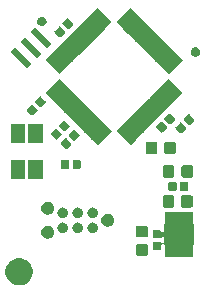
<source format=gbr>
G04 #@! TF.GenerationSoftware,KiCad,Pcbnew,(5.1.2)-2*
G04 #@! TF.CreationDate,2020-01-13T17:58:29+01:00*
G04 #@! TF.ProjectId,ACM-pcb,41434d2d-7063-4622-9e6b-696361645f70,rev?*
G04 #@! TF.SameCoordinates,Original*
G04 #@! TF.FileFunction,Soldermask,Top*
G04 #@! TF.FilePolarity,Negative*
%FSLAX46Y46*%
G04 Gerber Fmt 4.6, Leading zero omitted, Abs format (unit mm)*
G04 Created by KiCad (PCBNEW (5.1.2)-2) date 2020-01-13 17:58:29*
%MOMM*%
%LPD*%
G04 APERTURE LIST*
%ADD10C,0.100000*%
G04 APERTURE END LIST*
D10*
G36*
X66224549Y-87871116D02*
G01*
X66335734Y-87893232D01*
X66545203Y-87979997D01*
X66733720Y-88105960D01*
X66894040Y-88266280D01*
X67020003Y-88454797D01*
X67106768Y-88664266D01*
X67151000Y-88886636D01*
X67151000Y-89113364D01*
X67106768Y-89335734D01*
X67020003Y-89545203D01*
X66894040Y-89733720D01*
X66733720Y-89894040D01*
X66545203Y-90020003D01*
X66335734Y-90106768D01*
X66224549Y-90128884D01*
X66113365Y-90151000D01*
X65886635Y-90151000D01*
X65775451Y-90128884D01*
X65664266Y-90106768D01*
X65454797Y-90020003D01*
X65266280Y-89894040D01*
X65105960Y-89733720D01*
X64979997Y-89545203D01*
X64893232Y-89335734D01*
X64849000Y-89113364D01*
X64849000Y-88886636D01*
X64893232Y-88664266D01*
X64979997Y-88454797D01*
X65105960Y-88266280D01*
X65266280Y-88105960D01*
X65454797Y-87979997D01*
X65664266Y-87893232D01*
X65775451Y-87871116D01*
X65886635Y-87849000D01*
X66113365Y-87849000D01*
X66224549Y-87871116D01*
X66224549Y-87871116D01*
G37*
G36*
X80725000Y-84844001D02*
G01*
X80727402Y-84868387D01*
X80734515Y-84891836D01*
X80746066Y-84913447D01*
X80761611Y-84932389D01*
X80775000Y-84943377D01*
X80775000Y-86696623D01*
X80761611Y-86707611D01*
X80746066Y-86726553D01*
X80734515Y-86748164D01*
X80727402Y-86771613D01*
X80725000Y-86795999D01*
X80725000Y-87746000D01*
X78323000Y-87746000D01*
X78323000Y-86795999D01*
X78320598Y-86771613D01*
X78313485Y-86748164D01*
X78301934Y-86726553D01*
X78286389Y-86707611D01*
X78267447Y-86692066D01*
X78245836Y-86680515D01*
X78222387Y-86673402D01*
X78198001Y-86671000D01*
X78165999Y-86671000D01*
X78141613Y-86673402D01*
X78118164Y-86680515D01*
X78096553Y-86692066D01*
X78077611Y-86707611D01*
X78062066Y-86726553D01*
X78050515Y-86748164D01*
X78043402Y-86771613D01*
X78041000Y-86795999D01*
X78041000Y-87027360D01*
X78038284Y-87054938D01*
X78032029Y-87075557D01*
X78021876Y-87094553D01*
X78008208Y-87111208D01*
X77991553Y-87124876D01*
X77972557Y-87135029D01*
X77951938Y-87141284D01*
X77924360Y-87144000D01*
X77415640Y-87144000D01*
X77388062Y-87141284D01*
X77367443Y-87135029D01*
X77348447Y-87124876D01*
X77331792Y-87111208D01*
X77318124Y-87094553D01*
X77307971Y-87075557D01*
X77301716Y-87054938D01*
X77299000Y-87027360D01*
X77299000Y-86568640D01*
X77301716Y-86541062D01*
X77307971Y-86520443D01*
X77318124Y-86501447D01*
X77331792Y-86484792D01*
X77348447Y-86471124D01*
X77367443Y-86460971D01*
X77388062Y-86454716D01*
X77415640Y-86452000D01*
X77924360Y-86452000D01*
X77951938Y-86454716D01*
X77972557Y-86460971D01*
X77991553Y-86471124D01*
X78008208Y-86484792D01*
X78021876Y-86501447D01*
X78037763Y-86531169D01*
X78051377Y-86551544D01*
X78068704Y-86568870D01*
X78089079Y-86582483D01*
X78111718Y-86591860D01*
X78135752Y-86596640D01*
X78160256Y-86596640D01*
X78184289Y-86591859D01*
X78206927Y-86582481D01*
X78227302Y-86568867D01*
X78244628Y-86551540D01*
X78258241Y-86531165D01*
X78267618Y-86508526D01*
X78273000Y-86472243D01*
X78273000Y-86153757D01*
X78270598Y-86129371D01*
X78263485Y-86105922D01*
X78251934Y-86084311D01*
X78236389Y-86065369D01*
X78217447Y-86049824D01*
X78195836Y-86038273D01*
X78172387Y-86031160D01*
X78148001Y-86028758D01*
X78123615Y-86031160D01*
X78100166Y-86038273D01*
X78078555Y-86049824D01*
X78059613Y-86065369D01*
X78037763Y-86094831D01*
X78021876Y-86124553D01*
X78008208Y-86141208D01*
X77991553Y-86154876D01*
X77972557Y-86165029D01*
X77951938Y-86171284D01*
X77924360Y-86174000D01*
X77415640Y-86174000D01*
X77388062Y-86171284D01*
X77367443Y-86165029D01*
X77348447Y-86154876D01*
X77331792Y-86141208D01*
X77318124Y-86124553D01*
X77307971Y-86105557D01*
X77301716Y-86084938D01*
X77299000Y-86057360D01*
X77299000Y-85598640D01*
X77301716Y-85571062D01*
X77307971Y-85550443D01*
X77318124Y-85531447D01*
X77331792Y-85514792D01*
X77348447Y-85501124D01*
X77367443Y-85490971D01*
X77388062Y-85484716D01*
X77415640Y-85482000D01*
X77924360Y-85482000D01*
X77951938Y-85484716D01*
X77972557Y-85490971D01*
X77991553Y-85501124D01*
X78008208Y-85514792D01*
X78021876Y-85531447D01*
X78037763Y-85561169D01*
X78051377Y-85581544D01*
X78068704Y-85598870D01*
X78089079Y-85612483D01*
X78111718Y-85621860D01*
X78135752Y-85626640D01*
X78160256Y-85626640D01*
X78184289Y-85621859D01*
X78206927Y-85612481D01*
X78227302Y-85598867D01*
X78244628Y-85581540D01*
X78258241Y-85561165D01*
X78267618Y-85538526D01*
X78273000Y-85502243D01*
X78273000Y-84943377D01*
X78286389Y-84932389D01*
X78301934Y-84913447D01*
X78313485Y-84891836D01*
X78320598Y-84868387D01*
X78323000Y-84844001D01*
X78323000Y-83894000D01*
X80725000Y-83894000D01*
X80725000Y-84844001D01*
X80725000Y-84844001D01*
G37*
G36*
X76779591Y-86664585D02*
G01*
X76813569Y-86674893D01*
X76844890Y-86691634D01*
X76872339Y-86714161D01*
X76894866Y-86741610D01*
X76911607Y-86772931D01*
X76921915Y-86806909D01*
X76926000Y-86848390D01*
X76926000Y-87449610D01*
X76921915Y-87491091D01*
X76911607Y-87525069D01*
X76894866Y-87556390D01*
X76872339Y-87583839D01*
X76844890Y-87606366D01*
X76813569Y-87623107D01*
X76779591Y-87633415D01*
X76738110Y-87637500D01*
X76061890Y-87637500D01*
X76020409Y-87633415D01*
X75986431Y-87623107D01*
X75955110Y-87606366D01*
X75927661Y-87583839D01*
X75905134Y-87556390D01*
X75888393Y-87525069D01*
X75878085Y-87491091D01*
X75874000Y-87449610D01*
X75874000Y-86848390D01*
X75878085Y-86806909D01*
X75888393Y-86772931D01*
X75905134Y-86741610D01*
X75927661Y-86714161D01*
X75955110Y-86691634D01*
X75986431Y-86674893D01*
X76020409Y-86664585D01*
X76061890Y-86660500D01*
X76738110Y-86660500D01*
X76779591Y-86664585D01*
X76779591Y-86664585D01*
G37*
G36*
X68525050Y-85099893D02*
G01*
X68579350Y-85110694D01*
X68678770Y-85151875D01*
X68768246Y-85211661D01*
X68844339Y-85287754D01*
X68904125Y-85377230D01*
X68945306Y-85476650D01*
X68966300Y-85582194D01*
X68966300Y-85689806D01*
X68945306Y-85795350D01*
X68904125Y-85894770D01*
X68844339Y-85984246D01*
X68768246Y-86060339D01*
X68678770Y-86120125D01*
X68579350Y-86161306D01*
X68560633Y-86165029D01*
X68473807Y-86182300D01*
X68366193Y-86182300D01*
X68279367Y-86165029D01*
X68260650Y-86161306D01*
X68161230Y-86120125D01*
X68071754Y-86060339D01*
X67995661Y-85984246D01*
X67935875Y-85894770D01*
X67894694Y-85795350D01*
X67873700Y-85689806D01*
X67873700Y-85582194D01*
X67894694Y-85476650D01*
X67935875Y-85377230D01*
X67995661Y-85287754D01*
X68071754Y-85211661D01*
X68161230Y-85151875D01*
X68260650Y-85110694D01*
X68314950Y-85099893D01*
X68366193Y-85089700D01*
X68473807Y-85089700D01*
X68525050Y-85099893D01*
X68525050Y-85099893D01*
G37*
G36*
X76779591Y-85089585D02*
G01*
X76813569Y-85099893D01*
X76844890Y-85116634D01*
X76872339Y-85139161D01*
X76894866Y-85166610D01*
X76911607Y-85197931D01*
X76921915Y-85231909D01*
X76926000Y-85273390D01*
X76926000Y-85874610D01*
X76921915Y-85916091D01*
X76911607Y-85950069D01*
X76894866Y-85981390D01*
X76872339Y-86008839D01*
X76844890Y-86031366D01*
X76813569Y-86048107D01*
X76779591Y-86058415D01*
X76738110Y-86062500D01*
X76061890Y-86062500D01*
X76020409Y-86058415D01*
X75986431Y-86048107D01*
X75955110Y-86031366D01*
X75927661Y-86008839D01*
X75905134Y-85981390D01*
X75888393Y-85950069D01*
X75878085Y-85916091D01*
X75874000Y-85874610D01*
X75874000Y-85273390D01*
X75878085Y-85231909D01*
X75888393Y-85197931D01*
X75905134Y-85166610D01*
X75927661Y-85139161D01*
X75955110Y-85116634D01*
X75986431Y-85099893D01*
X76020409Y-85089585D01*
X76061890Y-85085500D01*
X76738110Y-85085500D01*
X76779591Y-85089585D01*
X76779591Y-85089585D01*
G37*
G36*
X69819714Y-84827389D02*
G01*
X69900645Y-84860912D01*
X69973480Y-84909579D01*
X70035421Y-84971520D01*
X70084088Y-85044355D01*
X70117611Y-85125286D01*
X70134700Y-85211201D01*
X70134700Y-85298799D01*
X70117611Y-85384714D01*
X70084088Y-85465645D01*
X70035421Y-85538480D01*
X69973480Y-85600421D01*
X69900645Y-85649088D01*
X69900644Y-85649089D01*
X69900643Y-85649089D01*
X69819714Y-85682611D01*
X69733801Y-85699700D01*
X69646199Y-85699700D01*
X69560286Y-85682611D01*
X69479357Y-85649089D01*
X69479356Y-85649089D01*
X69479355Y-85649088D01*
X69406520Y-85600421D01*
X69344579Y-85538480D01*
X69295912Y-85465645D01*
X69262389Y-85384714D01*
X69245300Y-85298799D01*
X69245300Y-85211201D01*
X69262389Y-85125286D01*
X69295912Y-85044355D01*
X69344579Y-84971520D01*
X69406520Y-84909579D01*
X69479355Y-84860912D01*
X69560286Y-84827389D01*
X69646199Y-84810300D01*
X69733801Y-84810300D01*
X69819714Y-84827389D01*
X69819714Y-84827389D01*
G37*
G36*
X71089714Y-84827389D02*
G01*
X71170645Y-84860912D01*
X71243480Y-84909579D01*
X71305421Y-84971520D01*
X71354088Y-85044355D01*
X71387611Y-85125286D01*
X71404700Y-85211201D01*
X71404700Y-85298799D01*
X71387611Y-85384714D01*
X71354088Y-85465645D01*
X71305421Y-85538480D01*
X71243480Y-85600421D01*
X71170645Y-85649088D01*
X71170644Y-85649089D01*
X71170643Y-85649089D01*
X71089714Y-85682611D01*
X71003801Y-85699700D01*
X70916199Y-85699700D01*
X70830286Y-85682611D01*
X70749357Y-85649089D01*
X70749356Y-85649089D01*
X70749355Y-85649088D01*
X70676520Y-85600421D01*
X70614579Y-85538480D01*
X70565912Y-85465645D01*
X70532389Y-85384714D01*
X70515300Y-85298799D01*
X70515300Y-85211201D01*
X70532389Y-85125286D01*
X70565912Y-85044355D01*
X70614579Y-84971520D01*
X70676520Y-84909579D01*
X70749355Y-84860912D01*
X70830286Y-84827389D01*
X70916199Y-84810300D01*
X71003801Y-84810300D01*
X71089714Y-84827389D01*
X71089714Y-84827389D01*
G37*
G36*
X72359714Y-84827389D02*
G01*
X72440645Y-84860912D01*
X72513480Y-84909579D01*
X72575421Y-84971520D01*
X72624088Y-85044355D01*
X72657611Y-85125286D01*
X72674700Y-85211201D01*
X72674700Y-85298799D01*
X72657611Y-85384714D01*
X72624088Y-85465645D01*
X72575421Y-85538480D01*
X72513480Y-85600421D01*
X72440645Y-85649088D01*
X72440644Y-85649089D01*
X72440643Y-85649089D01*
X72359714Y-85682611D01*
X72273801Y-85699700D01*
X72186199Y-85699700D01*
X72100286Y-85682611D01*
X72019357Y-85649089D01*
X72019356Y-85649089D01*
X72019355Y-85649088D01*
X71946520Y-85600421D01*
X71884579Y-85538480D01*
X71835912Y-85465645D01*
X71802389Y-85384714D01*
X71785300Y-85298799D01*
X71785300Y-85211201D01*
X71802389Y-85125286D01*
X71835912Y-85044355D01*
X71884579Y-84971520D01*
X71946520Y-84909579D01*
X72019355Y-84860912D01*
X72100286Y-84827389D01*
X72186199Y-84810300D01*
X72273801Y-84810300D01*
X72359714Y-84827389D01*
X72359714Y-84827389D01*
G37*
G36*
X73606578Y-84084197D02*
G01*
X73659350Y-84094694D01*
X73758770Y-84135875D01*
X73848246Y-84195661D01*
X73924339Y-84271754D01*
X73984125Y-84361230D01*
X74025306Y-84460650D01*
X74046300Y-84566194D01*
X74046300Y-84673806D01*
X74025306Y-84779350D01*
X73984125Y-84878770D01*
X73924339Y-84968246D01*
X73848246Y-85044339D01*
X73758770Y-85104125D01*
X73659350Y-85145306D01*
X73626325Y-85151875D01*
X73553807Y-85166300D01*
X73446193Y-85166300D01*
X73373675Y-85151875D01*
X73340650Y-85145306D01*
X73241230Y-85104125D01*
X73151754Y-85044339D01*
X73075661Y-84968246D01*
X73015875Y-84878770D01*
X72974694Y-84779350D01*
X72953700Y-84673806D01*
X72953700Y-84566194D01*
X72974694Y-84460650D01*
X73015875Y-84361230D01*
X73075661Y-84271754D01*
X73151754Y-84195661D01*
X73241230Y-84135875D01*
X73340650Y-84094694D01*
X73393422Y-84084197D01*
X73446193Y-84073700D01*
X73553807Y-84073700D01*
X73606578Y-84084197D01*
X73606578Y-84084197D01*
G37*
G36*
X71089714Y-83557389D02*
G01*
X71170645Y-83590912D01*
X71243480Y-83639579D01*
X71305421Y-83701520D01*
X71354088Y-83774355D01*
X71354089Y-83774357D01*
X71387611Y-83855286D01*
X71395312Y-83894000D01*
X71404700Y-83941201D01*
X71404700Y-84028799D01*
X71387611Y-84114714D01*
X71354088Y-84195645D01*
X71305421Y-84268480D01*
X71243480Y-84330421D01*
X71170645Y-84379088D01*
X71170644Y-84379089D01*
X71170643Y-84379089D01*
X71089714Y-84412611D01*
X71003801Y-84429700D01*
X70916199Y-84429700D01*
X70830286Y-84412611D01*
X70749357Y-84379089D01*
X70749356Y-84379089D01*
X70749355Y-84379088D01*
X70676520Y-84330421D01*
X70614579Y-84268480D01*
X70565912Y-84195645D01*
X70532389Y-84114714D01*
X70515300Y-84028799D01*
X70515300Y-83941201D01*
X70524689Y-83894000D01*
X70532389Y-83855286D01*
X70565911Y-83774357D01*
X70565912Y-83774355D01*
X70614579Y-83701520D01*
X70676520Y-83639579D01*
X70749355Y-83590912D01*
X70830286Y-83557389D01*
X70916199Y-83540300D01*
X71003801Y-83540300D01*
X71089714Y-83557389D01*
X71089714Y-83557389D01*
G37*
G36*
X69819714Y-83557389D02*
G01*
X69900645Y-83590912D01*
X69973480Y-83639579D01*
X70035421Y-83701520D01*
X70084088Y-83774355D01*
X70084089Y-83774357D01*
X70117611Y-83855286D01*
X70125312Y-83894000D01*
X70134700Y-83941201D01*
X70134700Y-84028799D01*
X70117611Y-84114714D01*
X70084088Y-84195645D01*
X70035421Y-84268480D01*
X69973480Y-84330421D01*
X69900645Y-84379088D01*
X69900644Y-84379089D01*
X69900643Y-84379089D01*
X69819714Y-84412611D01*
X69733801Y-84429700D01*
X69646199Y-84429700D01*
X69560286Y-84412611D01*
X69479357Y-84379089D01*
X69479356Y-84379089D01*
X69479355Y-84379088D01*
X69406520Y-84330421D01*
X69344579Y-84268480D01*
X69295912Y-84195645D01*
X69262389Y-84114714D01*
X69245300Y-84028799D01*
X69245300Y-83941201D01*
X69254689Y-83894000D01*
X69262389Y-83855286D01*
X69295911Y-83774357D01*
X69295912Y-83774355D01*
X69344579Y-83701520D01*
X69406520Y-83639579D01*
X69479355Y-83590912D01*
X69560286Y-83557389D01*
X69646199Y-83540300D01*
X69733801Y-83540300D01*
X69819714Y-83557389D01*
X69819714Y-83557389D01*
G37*
G36*
X72359714Y-83557389D02*
G01*
X72440645Y-83590912D01*
X72513480Y-83639579D01*
X72575421Y-83701520D01*
X72624088Y-83774355D01*
X72624089Y-83774357D01*
X72657611Y-83855286D01*
X72665312Y-83894000D01*
X72674700Y-83941201D01*
X72674700Y-84028799D01*
X72657611Y-84114714D01*
X72624088Y-84195645D01*
X72575421Y-84268480D01*
X72513480Y-84330421D01*
X72440645Y-84379088D01*
X72440644Y-84379089D01*
X72440643Y-84379089D01*
X72359714Y-84412611D01*
X72273801Y-84429700D01*
X72186199Y-84429700D01*
X72100286Y-84412611D01*
X72019357Y-84379089D01*
X72019356Y-84379089D01*
X72019355Y-84379088D01*
X71946520Y-84330421D01*
X71884579Y-84268480D01*
X71835912Y-84195645D01*
X71802389Y-84114714D01*
X71785300Y-84028799D01*
X71785300Y-83941201D01*
X71794689Y-83894000D01*
X71802389Y-83855286D01*
X71835911Y-83774357D01*
X71835912Y-83774355D01*
X71884579Y-83701520D01*
X71946520Y-83639579D01*
X72019355Y-83590912D01*
X72100286Y-83557389D01*
X72186199Y-83540300D01*
X72273801Y-83540300D01*
X72359714Y-83557389D01*
X72359714Y-83557389D01*
G37*
G36*
X68526578Y-83068197D02*
G01*
X68579350Y-83078694D01*
X68678770Y-83119875D01*
X68768246Y-83179661D01*
X68844339Y-83255754D01*
X68904125Y-83345230D01*
X68945306Y-83444650D01*
X68946658Y-83451448D01*
X68964553Y-83541408D01*
X68966300Y-83550194D01*
X68966300Y-83657806D01*
X68945306Y-83763350D01*
X68904125Y-83862770D01*
X68844339Y-83952246D01*
X68768246Y-84028339D01*
X68678770Y-84088125D01*
X68579350Y-84129306D01*
X68546325Y-84135875D01*
X68473807Y-84150300D01*
X68366193Y-84150300D01*
X68293675Y-84135875D01*
X68260650Y-84129306D01*
X68161230Y-84088125D01*
X68071754Y-84028339D01*
X67995661Y-83952246D01*
X67935875Y-83862770D01*
X67894694Y-83763350D01*
X67873700Y-83657806D01*
X67873700Y-83550194D01*
X67875448Y-83541408D01*
X67893342Y-83451448D01*
X67894694Y-83444650D01*
X67935875Y-83345230D01*
X67995661Y-83255754D01*
X68071754Y-83179661D01*
X68161230Y-83119875D01*
X68260650Y-83078694D01*
X68313422Y-83068197D01*
X68366193Y-83057700D01*
X68473807Y-83057700D01*
X68526578Y-83068197D01*
X68526578Y-83068197D01*
G37*
G36*
X78977091Y-82512085D02*
G01*
X79011069Y-82522393D01*
X79042390Y-82539134D01*
X79069839Y-82561661D01*
X79092366Y-82589110D01*
X79109107Y-82620431D01*
X79119415Y-82654409D01*
X79123500Y-82695890D01*
X79123500Y-83372110D01*
X79119415Y-83413591D01*
X79109107Y-83447569D01*
X79092366Y-83478890D01*
X79069839Y-83506339D01*
X79042390Y-83528866D01*
X79011069Y-83545607D01*
X78977091Y-83555915D01*
X78935610Y-83560000D01*
X78334390Y-83560000D01*
X78292909Y-83555915D01*
X78258931Y-83545607D01*
X78227610Y-83528866D01*
X78200161Y-83506339D01*
X78177634Y-83478890D01*
X78160893Y-83447569D01*
X78150585Y-83413591D01*
X78146500Y-83372110D01*
X78146500Y-82695890D01*
X78150585Y-82654409D01*
X78160893Y-82620431D01*
X78177634Y-82589110D01*
X78200161Y-82561661D01*
X78227610Y-82539134D01*
X78258931Y-82522393D01*
X78292909Y-82512085D01*
X78334390Y-82508000D01*
X78935610Y-82508000D01*
X78977091Y-82512085D01*
X78977091Y-82512085D01*
G37*
G36*
X80552091Y-82512085D02*
G01*
X80586069Y-82522393D01*
X80617390Y-82539134D01*
X80644839Y-82561661D01*
X80667366Y-82589110D01*
X80684107Y-82620431D01*
X80694415Y-82654409D01*
X80698500Y-82695890D01*
X80698500Y-83372110D01*
X80694415Y-83413591D01*
X80684107Y-83447569D01*
X80667366Y-83478890D01*
X80644839Y-83506339D01*
X80617390Y-83528866D01*
X80586069Y-83545607D01*
X80552091Y-83555915D01*
X80510610Y-83560000D01*
X79909390Y-83560000D01*
X79867909Y-83555915D01*
X79833931Y-83545607D01*
X79802610Y-83528866D01*
X79775161Y-83506339D01*
X79752634Y-83478890D01*
X79735893Y-83447569D01*
X79725585Y-83413591D01*
X79721500Y-83372110D01*
X79721500Y-82695890D01*
X79725585Y-82654409D01*
X79735893Y-82620431D01*
X79752634Y-82589110D01*
X79775161Y-82561661D01*
X79802610Y-82539134D01*
X79833931Y-82522393D01*
X79867909Y-82512085D01*
X79909390Y-82508000D01*
X80510610Y-82508000D01*
X80552091Y-82512085D01*
X80552091Y-82512085D01*
G37*
G36*
X79242938Y-81395716D02*
G01*
X79263557Y-81401971D01*
X79282553Y-81412124D01*
X79299208Y-81425792D01*
X79312876Y-81442447D01*
X79323029Y-81461443D01*
X79329284Y-81482062D01*
X79332000Y-81509640D01*
X79332000Y-82018360D01*
X79329284Y-82045938D01*
X79323029Y-82066557D01*
X79312876Y-82085553D01*
X79299208Y-82102208D01*
X79282553Y-82115876D01*
X79263557Y-82126029D01*
X79242938Y-82132284D01*
X79215360Y-82135000D01*
X78756640Y-82135000D01*
X78729062Y-82132284D01*
X78708443Y-82126029D01*
X78689447Y-82115876D01*
X78672792Y-82102208D01*
X78659124Y-82085553D01*
X78648971Y-82066557D01*
X78642716Y-82045938D01*
X78640000Y-82018360D01*
X78640000Y-81509640D01*
X78642716Y-81482062D01*
X78648971Y-81461443D01*
X78659124Y-81442447D01*
X78672792Y-81425792D01*
X78689447Y-81412124D01*
X78708443Y-81401971D01*
X78729062Y-81395716D01*
X78756640Y-81393000D01*
X79215360Y-81393000D01*
X79242938Y-81395716D01*
X79242938Y-81395716D01*
G37*
G36*
X80212938Y-81395716D02*
G01*
X80233557Y-81401971D01*
X80252553Y-81412124D01*
X80269208Y-81425792D01*
X80282876Y-81442447D01*
X80293029Y-81461443D01*
X80299284Y-81482062D01*
X80302000Y-81509640D01*
X80302000Y-82018360D01*
X80299284Y-82045938D01*
X80293029Y-82066557D01*
X80282876Y-82085553D01*
X80269208Y-82102208D01*
X80252553Y-82115876D01*
X80233557Y-82126029D01*
X80212938Y-82132284D01*
X80185360Y-82135000D01*
X79726640Y-82135000D01*
X79699062Y-82132284D01*
X79678443Y-82126029D01*
X79659447Y-82115876D01*
X79642792Y-82102208D01*
X79629124Y-82085553D01*
X79618971Y-82066557D01*
X79612716Y-82045938D01*
X79610000Y-82018360D01*
X79610000Y-81509640D01*
X79612716Y-81482062D01*
X79618971Y-81461443D01*
X79629124Y-81442447D01*
X79642792Y-81425792D01*
X79659447Y-81412124D01*
X79678443Y-81401971D01*
X79699062Y-81395716D01*
X79726640Y-81393000D01*
X80185360Y-81393000D01*
X80212938Y-81395716D01*
X80212938Y-81395716D01*
G37*
G36*
X67991000Y-81101000D02*
G01*
X66789000Y-81101000D01*
X66789000Y-79499000D01*
X67991000Y-79499000D01*
X67991000Y-81101000D01*
X67991000Y-81101000D01*
G37*
G36*
X66491000Y-81101000D02*
G01*
X65289000Y-81101000D01*
X65289000Y-79499000D01*
X66491000Y-79499000D01*
X66491000Y-81101000D01*
X66491000Y-81101000D01*
G37*
G36*
X80577591Y-79972085D02*
G01*
X80611569Y-79982393D01*
X80642890Y-79999134D01*
X80670339Y-80021661D01*
X80692866Y-80049110D01*
X80709607Y-80080431D01*
X80719915Y-80114409D01*
X80724000Y-80155890D01*
X80724000Y-80832110D01*
X80719915Y-80873591D01*
X80709607Y-80907569D01*
X80692866Y-80938890D01*
X80670339Y-80966339D01*
X80642890Y-80988866D01*
X80611569Y-81005607D01*
X80577591Y-81015915D01*
X80536110Y-81020000D01*
X79934890Y-81020000D01*
X79893409Y-81015915D01*
X79859431Y-81005607D01*
X79828110Y-80988866D01*
X79800661Y-80966339D01*
X79778134Y-80938890D01*
X79761393Y-80907569D01*
X79751085Y-80873591D01*
X79747000Y-80832110D01*
X79747000Y-80155890D01*
X79751085Y-80114409D01*
X79761393Y-80080431D01*
X79778134Y-80049110D01*
X79800661Y-80021661D01*
X79828110Y-79999134D01*
X79859431Y-79982393D01*
X79893409Y-79972085D01*
X79934890Y-79968000D01*
X80536110Y-79968000D01*
X80577591Y-79972085D01*
X80577591Y-79972085D01*
G37*
G36*
X79002591Y-79972085D02*
G01*
X79036569Y-79982393D01*
X79067890Y-79999134D01*
X79095339Y-80021661D01*
X79117866Y-80049110D01*
X79134607Y-80080431D01*
X79144915Y-80114409D01*
X79149000Y-80155890D01*
X79149000Y-80832110D01*
X79144915Y-80873591D01*
X79134607Y-80907569D01*
X79117866Y-80938890D01*
X79095339Y-80966339D01*
X79067890Y-80988866D01*
X79036569Y-81005607D01*
X79002591Y-81015915D01*
X78961110Y-81020000D01*
X78359890Y-81020000D01*
X78318409Y-81015915D01*
X78284431Y-81005607D01*
X78253110Y-80988866D01*
X78225661Y-80966339D01*
X78203134Y-80938890D01*
X78186393Y-80907569D01*
X78176085Y-80873591D01*
X78172000Y-80832110D01*
X78172000Y-80155890D01*
X78176085Y-80114409D01*
X78186393Y-80080431D01*
X78203134Y-80049110D01*
X78225661Y-80021661D01*
X78253110Y-79999134D01*
X78284431Y-79982393D01*
X78318409Y-79972085D01*
X78359890Y-79968000D01*
X78961110Y-79968000D01*
X79002591Y-79972085D01*
X79002591Y-79972085D01*
G37*
G36*
X71126938Y-79531716D02*
G01*
X71147557Y-79537971D01*
X71166553Y-79548124D01*
X71183208Y-79561792D01*
X71196876Y-79578447D01*
X71207029Y-79597443D01*
X71213284Y-79618062D01*
X71216000Y-79645640D01*
X71216000Y-80154360D01*
X71213284Y-80181938D01*
X71207029Y-80202557D01*
X71196876Y-80221553D01*
X71183208Y-80238208D01*
X71166553Y-80251876D01*
X71147557Y-80262029D01*
X71126938Y-80268284D01*
X71099360Y-80271000D01*
X70640640Y-80271000D01*
X70613062Y-80268284D01*
X70592443Y-80262029D01*
X70573447Y-80251876D01*
X70556792Y-80238208D01*
X70543124Y-80221553D01*
X70532971Y-80202557D01*
X70526716Y-80181938D01*
X70524000Y-80154360D01*
X70524000Y-79645640D01*
X70526716Y-79618062D01*
X70532971Y-79597443D01*
X70543124Y-79578447D01*
X70556792Y-79561792D01*
X70573447Y-79548124D01*
X70592443Y-79537971D01*
X70613062Y-79531716D01*
X70640640Y-79529000D01*
X71099360Y-79529000D01*
X71126938Y-79531716D01*
X71126938Y-79531716D01*
G37*
G36*
X70156938Y-79531716D02*
G01*
X70177557Y-79537971D01*
X70196553Y-79548124D01*
X70213208Y-79561792D01*
X70226876Y-79578447D01*
X70237029Y-79597443D01*
X70243284Y-79618062D01*
X70246000Y-79645640D01*
X70246000Y-80154360D01*
X70243284Y-80181938D01*
X70237029Y-80202557D01*
X70226876Y-80221553D01*
X70213208Y-80238208D01*
X70196553Y-80251876D01*
X70177557Y-80262029D01*
X70156938Y-80268284D01*
X70129360Y-80271000D01*
X69670640Y-80271000D01*
X69643062Y-80268284D01*
X69622443Y-80262029D01*
X69603447Y-80251876D01*
X69586792Y-80238208D01*
X69573124Y-80221553D01*
X69562971Y-80202557D01*
X69556716Y-80181938D01*
X69554000Y-80154360D01*
X69554000Y-79645640D01*
X69556716Y-79618062D01*
X69562971Y-79597443D01*
X69573124Y-79578447D01*
X69586792Y-79561792D01*
X69603447Y-79548124D01*
X69622443Y-79537971D01*
X69643062Y-79531716D01*
X69670640Y-79529000D01*
X70129360Y-79529000D01*
X70156938Y-79531716D01*
X70156938Y-79531716D01*
G37*
G36*
X77554591Y-77978085D02*
G01*
X77588569Y-77988393D01*
X77619890Y-78005134D01*
X77647339Y-78027661D01*
X77669866Y-78055110D01*
X77686607Y-78086431D01*
X77696915Y-78120409D01*
X77701000Y-78161890D01*
X77701000Y-78838110D01*
X77696915Y-78879591D01*
X77686607Y-78913569D01*
X77669866Y-78944890D01*
X77647339Y-78972339D01*
X77619890Y-78994866D01*
X77588569Y-79011607D01*
X77554591Y-79021915D01*
X77513110Y-79026000D01*
X76911890Y-79026000D01*
X76870409Y-79021915D01*
X76836431Y-79011607D01*
X76805110Y-78994866D01*
X76777661Y-78972339D01*
X76755134Y-78944890D01*
X76738393Y-78913569D01*
X76728085Y-78879591D01*
X76724000Y-78838110D01*
X76724000Y-78161890D01*
X76728085Y-78120409D01*
X76738393Y-78086431D01*
X76755134Y-78055110D01*
X76777661Y-78027661D01*
X76805110Y-78005134D01*
X76836431Y-77988393D01*
X76870409Y-77978085D01*
X76911890Y-77974000D01*
X77513110Y-77974000D01*
X77554591Y-77978085D01*
X77554591Y-77978085D01*
G37*
G36*
X79129591Y-77978085D02*
G01*
X79163569Y-77988393D01*
X79194890Y-78005134D01*
X79222339Y-78027661D01*
X79244866Y-78055110D01*
X79261607Y-78086431D01*
X79271915Y-78120409D01*
X79276000Y-78161890D01*
X79276000Y-78838110D01*
X79271915Y-78879591D01*
X79261607Y-78913569D01*
X79244866Y-78944890D01*
X79222339Y-78972339D01*
X79194890Y-78994866D01*
X79163569Y-79011607D01*
X79129591Y-79021915D01*
X79088110Y-79026000D01*
X78486890Y-79026000D01*
X78445409Y-79021915D01*
X78411431Y-79011607D01*
X78380110Y-78994866D01*
X78352661Y-78972339D01*
X78330134Y-78944890D01*
X78313393Y-78913569D01*
X78303085Y-78879591D01*
X78299000Y-78838110D01*
X78299000Y-78161890D01*
X78303085Y-78120409D01*
X78313393Y-78086431D01*
X78330134Y-78055110D01*
X78352661Y-78027661D01*
X78380110Y-78005134D01*
X78411431Y-77988393D01*
X78445409Y-77978085D01*
X78486890Y-77974000D01*
X79088110Y-77974000D01*
X79129591Y-77978085D01*
X79129591Y-77978085D01*
G37*
G36*
X69983760Y-77681491D02*
G01*
X70004379Y-77687746D01*
X70023375Y-77697899D01*
X70044796Y-77715479D01*
X70404521Y-78075204D01*
X70422101Y-78096625D01*
X70432254Y-78115621D01*
X70438509Y-78136240D01*
X70440620Y-78157678D01*
X70438509Y-78179116D01*
X70432254Y-78199735D01*
X70422101Y-78218731D01*
X70404521Y-78240152D01*
X70080152Y-78564521D01*
X70058731Y-78582101D01*
X70039735Y-78592254D01*
X70019116Y-78598509D01*
X69997678Y-78600620D01*
X69976240Y-78598509D01*
X69955621Y-78592254D01*
X69936625Y-78582101D01*
X69915204Y-78564521D01*
X69555479Y-78204796D01*
X69537899Y-78183375D01*
X69527746Y-78164379D01*
X69521491Y-78143760D01*
X69519380Y-78122322D01*
X69521491Y-78100884D01*
X69527746Y-78080265D01*
X69537899Y-78061269D01*
X69555479Y-78039848D01*
X69879848Y-77715479D01*
X69901269Y-77697899D01*
X69920265Y-77687746D01*
X69940884Y-77681491D01*
X69962322Y-77679380D01*
X69983760Y-77681491D01*
X69983760Y-77681491D01*
G37*
G36*
X79860692Y-73842804D02*
G01*
X79399658Y-74303838D01*
X79295006Y-74408489D01*
X78833972Y-74869523D01*
X78729321Y-74974175D01*
X76571231Y-77132265D01*
X76466579Y-77236916D01*
X76005545Y-77697950D01*
X75900894Y-77802602D01*
X75439860Y-78263636D01*
X74236364Y-77060140D01*
X74697398Y-76599106D01*
X74697399Y-76599107D01*
X74713663Y-76582843D01*
X74713672Y-76582832D01*
X74802050Y-76494455D01*
X74802049Y-76494454D01*
X75263083Y-76033420D01*
X75263084Y-76033421D01*
X75351461Y-75945043D01*
X75351472Y-75945034D01*
X75367736Y-75928770D01*
X75367735Y-75928769D01*
X75828769Y-75467735D01*
X75828770Y-75467736D01*
X75917157Y-75379348D01*
X75933421Y-75363085D01*
X75933420Y-75363084D01*
X76394454Y-74902050D01*
X76394455Y-74902051D01*
X76499107Y-74797399D01*
X76499106Y-74797398D01*
X76960140Y-74336364D01*
X76960141Y-74336365D01*
X77048528Y-74247977D01*
X77064792Y-74231714D01*
X77064791Y-74231713D01*
X77525825Y-73770679D01*
X77525826Y-73770680D01*
X77542090Y-73754416D01*
X77542099Y-73754405D01*
X77630477Y-73666028D01*
X77630476Y-73666027D01*
X78091510Y-73204993D01*
X78091511Y-73204994D01*
X78179888Y-73116616D01*
X78179899Y-73116607D01*
X78196163Y-73100343D01*
X78196162Y-73100342D01*
X78657196Y-72639308D01*
X79860692Y-73842804D01*
X79860692Y-73842804D01*
G37*
G36*
X69890486Y-73100342D02*
G01*
X69890486Y-73100343D01*
X69906750Y-73116607D01*
X69906756Y-73116612D01*
X69995138Y-73204994D01*
X69995138Y-73204993D01*
X70456172Y-73666027D01*
X70456172Y-73666028D01*
X70544554Y-73754410D01*
X70544559Y-73754416D01*
X70560823Y-73770680D01*
X70560823Y-73770679D01*
X71021857Y-74231713D01*
X71021857Y-74231714D01*
X71126508Y-74336365D01*
X71126508Y-74336364D01*
X71587542Y-74797398D01*
X71587542Y-74797399D01*
X71692194Y-74902051D01*
X71692194Y-74902050D01*
X72153228Y-75363084D01*
X72153228Y-75363085D01*
X72257879Y-75467736D01*
X72257879Y-75467735D01*
X72718913Y-75928769D01*
X72718913Y-75928770D01*
X72735177Y-75945034D01*
X72735183Y-75945039D01*
X72823565Y-76033421D01*
X72823565Y-76033420D01*
X73284599Y-76494454D01*
X73284599Y-76494455D01*
X73372981Y-76582837D01*
X73372986Y-76582843D01*
X73389250Y-76599107D01*
X73389250Y-76599106D01*
X73850284Y-77060140D01*
X72646788Y-78263636D01*
X72185754Y-77802602D01*
X72185755Y-77802602D01*
X72097373Y-77714220D01*
X72097368Y-77714214D01*
X72081104Y-77697950D01*
X72081103Y-77697950D01*
X71620069Y-77236916D01*
X71620070Y-77236916D01*
X71603806Y-77220652D01*
X71603800Y-77220647D01*
X71515418Y-77132265D01*
X71515417Y-77132265D01*
X71054383Y-76671231D01*
X71054384Y-76671231D01*
X70949733Y-76566580D01*
X70949732Y-76566580D01*
X70488698Y-76105546D01*
X70488699Y-76105546D01*
X70384047Y-76000894D01*
X70384046Y-76000894D01*
X69923012Y-75539860D01*
X69923013Y-75539860D01*
X69818362Y-75435209D01*
X69818361Y-75435209D01*
X69357327Y-74974175D01*
X69357328Y-74974175D01*
X69268946Y-74885793D01*
X69268941Y-74885787D01*
X69252677Y-74869523D01*
X69252676Y-74869523D01*
X68791642Y-74408489D01*
X68791643Y-74408489D01*
X68775379Y-74392225D01*
X68775373Y-74392220D01*
X68686991Y-74303838D01*
X68686990Y-74303838D01*
X68225956Y-73842804D01*
X69429452Y-72639308D01*
X69890486Y-73100342D01*
X69890486Y-73100342D01*
G37*
G36*
X67991000Y-78101000D02*
G01*
X66789000Y-78101000D01*
X66789000Y-76499000D01*
X67991000Y-76499000D01*
X67991000Y-78101000D01*
X67991000Y-78101000D01*
G37*
G36*
X66491000Y-78101000D02*
G01*
X65289000Y-78101000D01*
X65289000Y-76499000D01*
X66491000Y-76499000D01*
X66491000Y-78101000D01*
X66491000Y-78101000D01*
G37*
G36*
X70669654Y-76995597D02*
G01*
X70690273Y-77001852D01*
X70709269Y-77012005D01*
X70730690Y-77029585D01*
X71090415Y-77389310D01*
X71107995Y-77410731D01*
X71118148Y-77429727D01*
X71124403Y-77450346D01*
X71126514Y-77471784D01*
X71124403Y-77493222D01*
X71118148Y-77513841D01*
X71107995Y-77532837D01*
X71090415Y-77554258D01*
X70766046Y-77878627D01*
X70744625Y-77896207D01*
X70725629Y-77906360D01*
X70705010Y-77912615D01*
X70683572Y-77914726D01*
X70662134Y-77912615D01*
X70641515Y-77906360D01*
X70622519Y-77896207D01*
X70601098Y-77878627D01*
X70241373Y-77518902D01*
X70223793Y-77497481D01*
X70213640Y-77478485D01*
X70207385Y-77457866D01*
X70205274Y-77436428D01*
X70207385Y-77414990D01*
X70213640Y-77394371D01*
X70223793Y-77375375D01*
X70241373Y-77353954D01*
X70565742Y-77029585D01*
X70587163Y-77012005D01*
X70606159Y-77001852D01*
X70626778Y-76995597D01*
X70648216Y-76993486D01*
X70669654Y-76995597D01*
X70669654Y-76995597D01*
G37*
G36*
X69153760Y-76881491D02*
G01*
X69174379Y-76887746D01*
X69193375Y-76897899D01*
X69214796Y-76915479D01*
X69574521Y-77275204D01*
X69592101Y-77296625D01*
X69602254Y-77315621D01*
X69608509Y-77336240D01*
X69610620Y-77357678D01*
X69608509Y-77379116D01*
X69602254Y-77399735D01*
X69592101Y-77418731D01*
X69574521Y-77440152D01*
X69250152Y-77764521D01*
X69228731Y-77782101D01*
X69209735Y-77792254D01*
X69189116Y-77798509D01*
X69167678Y-77800620D01*
X69146240Y-77798509D01*
X69125621Y-77792254D01*
X69106625Y-77782101D01*
X69085204Y-77764521D01*
X68725479Y-77404796D01*
X68707899Y-77383375D01*
X68697746Y-77364379D01*
X68691491Y-77343760D01*
X68689380Y-77322322D01*
X68691491Y-77300884D01*
X68697746Y-77280265D01*
X68707899Y-77261269D01*
X68725479Y-77239848D01*
X69049848Y-76915479D01*
X69071269Y-76897899D01*
X69090265Y-76887746D01*
X69110884Y-76881491D01*
X69132322Y-76879380D01*
X69153760Y-76881491D01*
X69153760Y-76881491D01*
G37*
G36*
X79703760Y-76341491D02*
G01*
X79724379Y-76347746D01*
X79743375Y-76357899D01*
X79764796Y-76375479D01*
X80124521Y-76735204D01*
X80142101Y-76756625D01*
X80152254Y-76775621D01*
X80158509Y-76796240D01*
X80160620Y-76817678D01*
X80158509Y-76839116D01*
X80152254Y-76859735D01*
X80142101Y-76878731D01*
X80124521Y-76900152D01*
X79800152Y-77224521D01*
X79778731Y-77242101D01*
X79759735Y-77252254D01*
X79739116Y-77258509D01*
X79717678Y-77260620D01*
X79696240Y-77258509D01*
X79675621Y-77252254D01*
X79656625Y-77242101D01*
X79635204Y-77224521D01*
X79275479Y-76864796D01*
X79257899Y-76843375D01*
X79247746Y-76824379D01*
X79241491Y-76803760D01*
X79239380Y-76782322D01*
X79241491Y-76760884D01*
X79247746Y-76740265D01*
X79257899Y-76721269D01*
X79275479Y-76699848D01*
X79599848Y-76375479D01*
X79621269Y-76357899D01*
X79640265Y-76347746D01*
X79660884Y-76341491D01*
X79682322Y-76339380D01*
X79703760Y-76341491D01*
X79703760Y-76341491D01*
G37*
G36*
X78060813Y-76284438D02*
G01*
X78081432Y-76290693D01*
X78100428Y-76300846D01*
X78121849Y-76318426D01*
X78481574Y-76678151D01*
X78499154Y-76699572D01*
X78509307Y-76718568D01*
X78515562Y-76739187D01*
X78517673Y-76760625D01*
X78515562Y-76782063D01*
X78509307Y-76802682D01*
X78499154Y-76821678D01*
X78481574Y-76843099D01*
X78157205Y-77167468D01*
X78135784Y-77185048D01*
X78116788Y-77195201D01*
X78096169Y-77201456D01*
X78074731Y-77203567D01*
X78053293Y-77201456D01*
X78032674Y-77195201D01*
X78013678Y-77185048D01*
X77992257Y-77167468D01*
X77632532Y-76807743D01*
X77614952Y-76786322D01*
X77604799Y-76767326D01*
X77598544Y-76746707D01*
X77596433Y-76725269D01*
X77598544Y-76703831D01*
X77604799Y-76683212D01*
X77614952Y-76664216D01*
X77632532Y-76642795D01*
X77956901Y-76318426D01*
X77978322Y-76300846D01*
X77997318Y-76290693D01*
X78017937Y-76284438D01*
X78039375Y-76282327D01*
X78060813Y-76284438D01*
X78060813Y-76284438D01*
G37*
G36*
X69839654Y-76195597D02*
G01*
X69860273Y-76201852D01*
X69879269Y-76212005D01*
X69900690Y-76229585D01*
X70260415Y-76589310D01*
X70277995Y-76610731D01*
X70288148Y-76629727D01*
X70294403Y-76650346D01*
X70296514Y-76671784D01*
X70294403Y-76693222D01*
X70288148Y-76713841D01*
X70277995Y-76732837D01*
X70260415Y-76754258D01*
X69936046Y-77078627D01*
X69914625Y-77096207D01*
X69895629Y-77106360D01*
X69875010Y-77112615D01*
X69853572Y-77114726D01*
X69832134Y-77112615D01*
X69811515Y-77106360D01*
X69792519Y-77096207D01*
X69771098Y-77078627D01*
X69411373Y-76718902D01*
X69393793Y-76697481D01*
X69383640Y-76678485D01*
X69377385Y-76657866D01*
X69375274Y-76636428D01*
X69377385Y-76614990D01*
X69383640Y-76594371D01*
X69393793Y-76575375D01*
X69411373Y-76553954D01*
X69735742Y-76229585D01*
X69757163Y-76212005D01*
X69776159Y-76201852D01*
X69796778Y-76195597D01*
X69818216Y-76193486D01*
X69839654Y-76195597D01*
X69839654Y-76195597D01*
G37*
G36*
X80389654Y-75655597D02*
G01*
X80410273Y-75661852D01*
X80429269Y-75672005D01*
X80450690Y-75689585D01*
X80810415Y-76049310D01*
X80827995Y-76070731D01*
X80838148Y-76089727D01*
X80844403Y-76110346D01*
X80846514Y-76131784D01*
X80844403Y-76153222D01*
X80838148Y-76173841D01*
X80827995Y-76192837D01*
X80810415Y-76214258D01*
X80486046Y-76538627D01*
X80464625Y-76556207D01*
X80445629Y-76566360D01*
X80425010Y-76572615D01*
X80403572Y-76574726D01*
X80382134Y-76572615D01*
X80361515Y-76566360D01*
X80342519Y-76556207D01*
X80321098Y-76538627D01*
X79961373Y-76178902D01*
X79943793Y-76157481D01*
X79933640Y-76138485D01*
X79927385Y-76117866D01*
X79925274Y-76096428D01*
X79927385Y-76074990D01*
X79933640Y-76054371D01*
X79943793Y-76035375D01*
X79961373Y-76013954D01*
X80285742Y-75689585D01*
X80307163Y-75672005D01*
X80326159Y-75661852D01*
X80346778Y-75655597D01*
X80368216Y-75653486D01*
X80389654Y-75655597D01*
X80389654Y-75655597D01*
G37*
G36*
X78746707Y-75598544D02*
G01*
X78767326Y-75604799D01*
X78786322Y-75614952D01*
X78807743Y-75632532D01*
X79167468Y-75992257D01*
X79185048Y-76013678D01*
X79195201Y-76032674D01*
X79201456Y-76053293D01*
X79203567Y-76074731D01*
X79201456Y-76096169D01*
X79195201Y-76116788D01*
X79185048Y-76135784D01*
X79167468Y-76157205D01*
X78843099Y-76481574D01*
X78821678Y-76499154D01*
X78802682Y-76509307D01*
X78782063Y-76515562D01*
X78760625Y-76517673D01*
X78739187Y-76515562D01*
X78718568Y-76509307D01*
X78699572Y-76499154D01*
X78678151Y-76481574D01*
X78318426Y-76121849D01*
X78300846Y-76100428D01*
X78290693Y-76081432D01*
X78284438Y-76060813D01*
X78282327Y-76039375D01*
X78284438Y-76017937D01*
X78290693Y-75997318D01*
X78300846Y-75978322D01*
X78318426Y-75956901D01*
X78642795Y-75632532D01*
X78664216Y-75614952D01*
X78683212Y-75604799D01*
X78703831Y-75598544D01*
X78725269Y-75596433D01*
X78746707Y-75598544D01*
X78746707Y-75598544D01*
G37*
G36*
X67117866Y-74827385D02*
G01*
X67138485Y-74833640D01*
X67157481Y-74843793D01*
X67178902Y-74861373D01*
X67538627Y-75221098D01*
X67556207Y-75242519D01*
X67566360Y-75261515D01*
X67572615Y-75282134D01*
X67574726Y-75303572D01*
X67572615Y-75325010D01*
X67566360Y-75345629D01*
X67556207Y-75364625D01*
X67538627Y-75386046D01*
X67214258Y-75710415D01*
X67192837Y-75727995D01*
X67173841Y-75738148D01*
X67153222Y-75744403D01*
X67131784Y-75746514D01*
X67110346Y-75744403D01*
X67089727Y-75738148D01*
X67070731Y-75727995D01*
X67049310Y-75710415D01*
X66689585Y-75350690D01*
X66672005Y-75329269D01*
X66661852Y-75310273D01*
X66655597Y-75289654D01*
X66653486Y-75268216D01*
X66655597Y-75246778D01*
X66661852Y-75226159D01*
X66672005Y-75207163D01*
X66689585Y-75185742D01*
X67013954Y-74861373D01*
X67035375Y-74843793D01*
X67054371Y-74833640D01*
X67074990Y-74827385D01*
X67096428Y-74825274D01*
X67117866Y-74827385D01*
X67117866Y-74827385D01*
G37*
G36*
X67803760Y-74141491D02*
G01*
X67824379Y-74147746D01*
X67843375Y-74157899D01*
X67864796Y-74175479D01*
X68224521Y-74535204D01*
X68242101Y-74556625D01*
X68252254Y-74575621D01*
X68258509Y-74596240D01*
X68260620Y-74617678D01*
X68258509Y-74639116D01*
X68252254Y-74659735D01*
X68242101Y-74678731D01*
X68224521Y-74700152D01*
X67900152Y-75024521D01*
X67878731Y-75042101D01*
X67859735Y-75052254D01*
X67839116Y-75058509D01*
X67817678Y-75060620D01*
X67796240Y-75058509D01*
X67775621Y-75052254D01*
X67756625Y-75042101D01*
X67735204Y-75024521D01*
X67375479Y-74664796D01*
X67357899Y-74643375D01*
X67347746Y-74624379D01*
X67341491Y-74603760D01*
X67339380Y-74582322D01*
X67341491Y-74560884D01*
X67347746Y-74540265D01*
X67357899Y-74521269D01*
X67375479Y-74499848D01*
X67699848Y-74175479D01*
X67721269Y-74157899D01*
X67740265Y-74147746D01*
X67760884Y-74141491D01*
X67782322Y-74139380D01*
X67803760Y-74141491D01*
X67803760Y-74141491D01*
G37*
G36*
X73850284Y-67832396D02*
G01*
X73372986Y-68309694D01*
X73284599Y-68398082D01*
X72823565Y-68859116D01*
X72735177Y-68947503D01*
X72257879Y-69424801D01*
X72169491Y-69513188D01*
X72153228Y-69529452D01*
X71126508Y-70556172D01*
X71038120Y-70644559D01*
X71021857Y-70660823D01*
X70544559Y-71138121D01*
X70456172Y-71226509D01*
X69995138Y-71687543D01*
X69906750Y-71775930D01*
X69429452Y-72253228D01*
X68225956Y-71049732D01*
X68686990Y-70588698D01*
X68686991Y-70588699D01*
X68775368Y-70500321D01*
X68775379Y-70500312D01*
X68791643Y-70484048D01*
X68791642Y-70484047D01*
X69252676Y-70023013D01*
X69252677Y-70023014D01*
X69268941Y-70006750D01*
X69268950Y-70006739D01*
X69357328Y-69918362D01*
X69357327Y-69918361D01*
X69818361Y-69457327D01*
X69818362Y-69457328D01*
X69923013Y-69352677D01*
X69923012Y-69352676D01*
X70384046Y-68891642D01*
X70384047Y-68891643D01*
X70488699Y-68786991D01*
X70488698Y-68786990D01*
X70949732Y-68325956D01*
X70949733Y-68325957D01*
X71054384Y-68221306D01*
X71054383Y-68221305D01*
X71515417Y-67760271D01*
X71515418Y-67760272D01*
X71603795Y-67671894D01*
X71603806Y-67671885D01*
X71620070Y-67655621D01*
X71620069Y-67655620D01*
X72081103Y-67194586D01*
X72081104Y-67194587D01*
X72097368Y-67178323D01*
X72097377Y-67178312D01*
X72185755Y-67089935D01*
X72185754Y-67089934D01*
X72646788Y-66628900D01*
X73850284Y-67832396D01*
X73850284Y-67832396D01*
G37*
G36*
X75900894Y-67089934D02*
G01*
X75900894Y-67089935D01*
X75989276Y-67178317D01*
X75989281Y-67178323D01*
X76005545Y-67194587D01*
X76005545Y-67194586D01*
X76466579Y-67655620D01*
X76466579Y-67655621D01*
X76482843Y-67671885D01*
X76482849Y-67671890D01*
X76571231Y-67760272D01*
X76571231Y-67760271D01*
X77032265Y-68221305D01*
X77032265Y-68221306D01*
X77136916Y-68325957D01*
X77136916Y-68325956D01*
X77597950Y-68786990D01*
X77597950Y-68786991D01*
X77702602Y-68891643D01*
X77702602Y-68891642D01*
X78163636Y-69352676D01*
X78163636Y-69352677D01*
X78268287Y-69457328D01*
X78268287Y-69457327D01*
X78729321Y-69918361D01*
X78729321Y-69918362D01*
X78817703Y-70006744D01*
X78817708Y-70006750D01*
X78833972Y-70023014D01*
X78833972Y-70023013D01*
X79295006Y-70484047D01*
X79295006Y-70484048D01*
X79311270Y-70500312D01*
X79311276Y-70500317D01*
X79399658Y-70588699D01*
X79399658Y-70588698D01*
X79860692Y-71049732D01*
X78657196Y-72253228D01*
X78196162Y-71792194D01*
X78196163Y-71792194D01*
X78179899Y-71775930D01*
X78179893Y-71775925D01*
X78091511Y-71687543D01*
X78091510Y-71687543D01*
X77630476Y-71226509D01*
X77630477Y-71226509D01*
X77542095Y-71138127D01*
X77542090Y-71138121D01*
X77525826Y-71121857D01*
X77525825Y-71121857D01*
X77064791Y-70660823D01*
X77064792Y-70660823D01*
X76960141Y-70556172D01*
X76960140Y-70556172D01*
X76499106Y-70095138D01*
X76499107Y-70095138D01*
X76394455Y-69990486D01*
X76394454Y-69990486D01*
X75933420Y-69529452D01*
X75933421Y-69529452D01*
X75828770Y-69424801D01*
X75828769Y-69424801D01*
X75367735Y-68963767D01*
X75367736Y-68963767D01*
X75351472Y-68947503D01*
X75351466Y-68947498D01*
X75263084Y-68859116D01*
X75263083Y-68859116D01*
X74802049Y-68398082D01*
X74802050Y-68398082D01*
X74713668Y-68309700D01*
X74713663Y-68309694D01*
X74697399Y-68293430D01*
X74697398Y-68293430D01*
X74236364Y-67832396D01*
X75439860Y-66628900D01*
X75900894Y-67089934D01*
X75900894Y-67089934D01*
G37*
G36*
X67035298Y-71410330D02*
G01*
X66680330Y-71765298D01*
X65264702Y-70349670D01*
X65619670Y-69994702D01*
X67035298Y-71410330D01*
X67035298Y-71410330D01*
G37*
G36*
X67883827Y-70561802D02*
G01*
X67528859Y-70916770D01*
X66113231Y-69501142D01*
X66468199Y-69146174D01*
X67883827Y-70561802D01*
X67883827Y-70561802D01*
G37*
G36*
X81000216Y-69994702D02*
G01*
X81038967Y-70002410D01*
X81069195Y-70014931D01*
X81111944Y-70032638D01*
X81177622Y-70076523D01*
X81233477Y-70132378D01*
X81277362Y-70198056D01*
X81307590Y-70271034D01*
X81323000Y-70348504D01*
X81323000Y-70427496D01*
X81307590Y-70504966D01*
X81277362Y-70577944D01*
X81233477Y-70643622D01*
X81177622Y-70699477D01*
X81111944Y-70743362D01*
X81069195Y-70761069D01*
X81038967Y-70773590D01*
X81000231Y-70781295D01*
X80961496Y-70789000D01*
X80882504Y-70789000D01*
X80843769Y-70781295D01*
X80805033Y-70773590D01*
X80774805Y-70761069D01*
X80732056Y-70743362D01*
X80666378Y-70699477D01*
X80610523Y-70643622D01*
X80566638Y-70577944D01*
X80536410Y-70504966D01*
X80521000Y-70427496D01*
X80521000Y-70348504D01*
X80536410Y-70271034D01*
X80566638Y-70198056D01*
X80610523Y-70132378D01*
X80666378Y-70076523D01*
X80732056Y-70032638D01*
X80774805Y-70014931D01*
X80805033Y-70002410D01*
X80843784Y-69994702D01*
X80882504Y-69987000D01*
X80961496Y-69987000D01*
X81000216Y-69994702D01*
X81000216Y-69994702D01*
G37*
G36*
X68732355Y-69713273D02*
G01*
X68377387Y-70068241D01*
X66961759Y-68652613D01*
X67316727Y-68297645D01*
X68732355Y-69713273D01*
X68732355Y-69713273D01*
G37*
G36*
X69453760Y-68216491D02*
G01*
X69474379Y-68222746D01*
X69493375Y-68232899D01*
X69514796Y-68250479D01*
X69874521Y-68610204D01*
X69892101Y-68631625D01*
X69902254Y-68650621D01*
X69908509Y-68671240D01*
X69910620Y-68692678D01*
X69908509Y-68714116D01*
X69902254Y-68734735D01*
X69892101Y-68753731D01*
X69874521Y-68775152D01*
X69550152Y-69099521D01*
X69528731Y-69117101D01*
X69509735Y-69127254D01*
X69489116Y-69133509D01*
X69467678Y-69135620D01*
X69446240Y-69133509D01*
X69425621Y-69127254D01*
X69406625Y-69117101D01*
X69385204Y-69099521D01*
X69025479Y-68739796D01*
X69007899Y-68718375D01*
X68997746Y-68699379D01*
X68991491Y-68678760D01*
X68989380Y-68657322D01*
X68991491Y-68635884D01*
X68997746Y-68615265D01*
X69007899Y-68596269D01*
X69025479Y-68574848D01*
X69349848Y-68250479D01*
X69371269Y-68232899D01*
X69390265Y-68222746D01*
X69410884Y-68216491D01*
X69432322Y-68214380D01*
X69453760Y-68216491D01*
X69453760Y-68216491D01*
G37*
G36*
X70139654Y-67530597D02*
G01*
X70160273Y-67536852D01*
X70179269Y-67547005D01*
X70200690Y-67564585D01*
X70560415Y-67924310D01*
X70577995Y-67945731D01*
X70588148Y-67964727D01*
X70594403Y-67985346D01*
X70596514Y-68006784D01*
X70594403Y-68028222D01*
X70588148Y-68048841D01*
X70577995Y-68067837D01*
X70560415Y-68089258D01*
X70236046Y-68413627D01*
X70214625Y-68431207D01*
X70195629Y-68441360D01*
X70175010Y-68447615D01*
X70153572Y-68449726D01*
X70132134Y-68447615D01*
X70111515Y-68441360D01*
X70092519Y-68431207D01*
X70071098Y-68413627D01*
X69711373Y-68053902D01*
X69693793Y-68032481D01*
X69683640Y-68013485D01*
X69677385Y-67992866D01*
X69675274Y-67971428D01*
X69677385Y-67949990D01*
X69683640Y-67929371D01*
X69693793Y-67910375D01*
X69711373Y-67888954D01*
X70035742Y-67564585D01*
X70057163Y-67547005D01*
X70076159Y-67536852D01*
X70096778Y-67530597D01*
X70118216Y-67528486D01*
X70139654Y-67530597D01*
X70139654Y-67530597D01*
G37*
G36*
X68000231Y-67394705D02*
G01*
X68038967Y-67402410D01*
X68069195Y-67414931D01*
X68111944Y-67432638D01*
X68177622Y-67476523D01*
X68233477Y-67532378D01*
X68277362Y-67598056D01*
X68280006Y-67604440D01*
X68307590Y-67671033D01*
X68323000Y-67748505D01*
X68323000Y-67827495D01*
X68307590Y-67904967D01*
X68299578Y-67924310D01*
X68277362Y-67977944D01*
X68233477Y-68043622D01*
X68177622Y-68099477D01*
X68111944Y-68143362D01*
X68069195Y-68161069D01*
X68038967Y-68173590D01*
X68000231Y-68181295D01*
X67961496Y-68189000D01*
X67882504Y-68189000D01*
X67843769Y-68181295D01*
X67805033Y-68173590D01*
X67774805Y-68161069D01*
X67732056Y-68143362D01*
X67666378Y-68099477D01*
X67610523Y-68043622D01*
X67566638Y-67977944D01*
X67544422Y-67924310D01*
X67536410Y-67904967D01*
X67521000Y-67827495D01*
X67521000Y-67748505D01*
X67536410Y-67671033D01*
X67563994Y-67604440D01*
X67566638Y-67598056D01*
X67610523Y-67532378D01*
X67666378Y-67476523D01*
X67732056Y-67432638D01*
X67774805Y-67414931D01*
X67805033Y-67402410D01*
X67843769Y-67394705D01*
X67882504Y-67387000D01*
X67961496Y-67387000D01*
X68000231Y-67394705D01*
X68000231Y-67394705D01*
G37*
M02*

</source>
